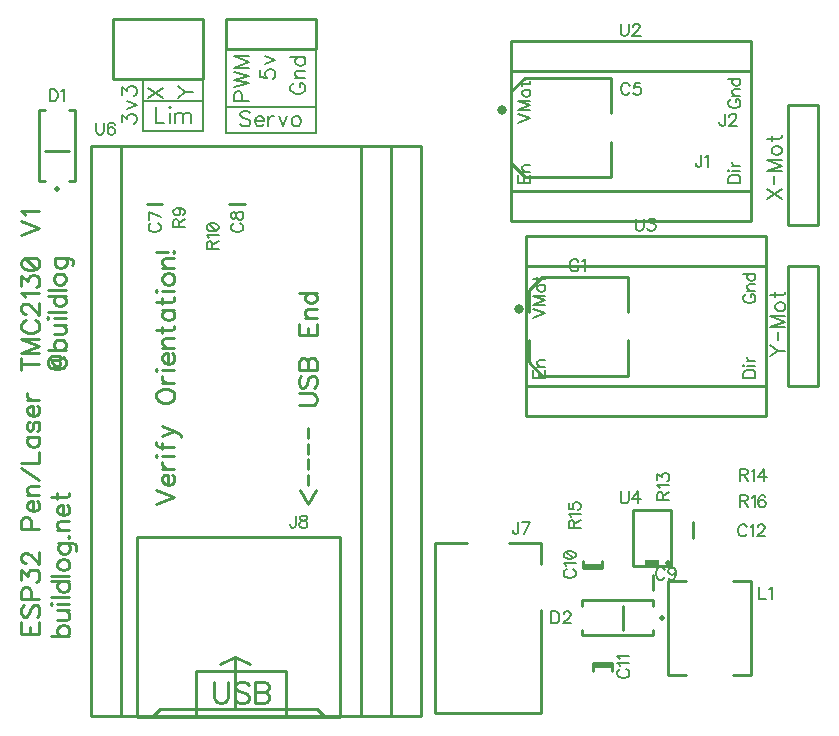
<source format=gbr>
G04 DipTrace 3.3.0.0*
G04 TopSilk.gbr*
%MOIN*%
G04 #@! TF.FileFunction,Legend,Top*
G04 #@! TF.Part,Single*
%ADD10C,0.009843*%
%ADD21C,0.008*%
%ADD22C,0.031499*%
%ADD29C,0.019695*%
%ADD43C,0.019677*%
%ADD45C,0.019705*%
%ADD106C,0.006176*%
%ADD107C,0.00772*%
%ADD108C,0.009264*%
%ADD110C,0.010807*%
%FSLAX26Y26*%
G04*
G70*
G90*
G75*
G01*
G04 TopSilk*
%LPD*%
X2116847Y2522016D2*
D10*
X2402091D1*
X2071921Y2477136D2*
X2116847Y2522016D1*
Y2192016D2*
X2402091D1*
X2071921Y2236896D2*
X2116847Y2192016D1*
X2071921Y2404272D2*
Y2477136D1*
Y2236896D2*
Y2309760D1*
X2402091Y2404272D2*
Y2522016D1*
Y2192016D2*
Y2309760D1*
D22*
X2040151Y2416053D3*
X2174847Y1859016D2*
D10*
X2460091D1*
X2129921Y1814136D2*
X2174847Y1859016D1*
Y1529016D2*
X2460091D1*
X2129921Y1573896D2*
X2174847Y1529016D1*
X2129921Y1741272D2*
Y1814136D1*
Y1573896D2*
Y1646760D1*
X2460091Y1741272D2*
Y1859016D1*
Y1529016D2*
Y1646760D1*
D22*
X2098151Y1753053D3*
X907087Y2102656D2*
D10*
X855945D1*
X1182087D2*
X1130945D1*
X2544929Y864878D2*
Y813736D1*
X2373034Y897094D2*
X2310105D1*
X2373034Y889646D2*
X2310105D1*
X2373034D2*
Y913205D1*
X2310105Y889646D2*
Y913205D1*
X2343339Y562499D2*
X2406268D1*
X2343339Y569948D2*
X2406268D1*
X2343339D2*
Y546388D1*
X2406268Y569948D2*
Y546388D1*
X2677210Y989736D2*
Y1040878D1*
X2069016Y2044016D2*
X2869016D1*
Y2144036D1*
X2069016D1*
Y2044016D1*
Y2543996D2*
X2869016D1*
Y2644016D1*
X2069016D1*
Y2543996D1*
Y2144036D2*
X2869016D1*
Y2543996D1*
X2069016D1*
Y2144036D1*
X2542948Y682941D2*
Y663252D1*
X2306724D1*
Y682941D1*
X2542948Y761673D2*
Y781362D1*
X2306724D1*
Y761673D1*
X2444503Y682941D2*
Y761673D1*
D29*
X2572462Y722307D3*
X1669016Y1919716D2*
D10*
Y1927316D1*
Y468116D2*
Y2294016D1*
Y394016D2*
Y468116D1*
X1769016Y394016D2*
X1669016D1*
X1769016D2*
Y2294016D1*
X1669016D1*
X3094016Y2431516D2*
X2994016D1*
X3094016Y2031516D2*
Y2431516D1*
X2994016Y2031516D2*
Y2431516D1*
X3094016Y2031516D2*
X2994016D1*
X852316Y2519016D2*
X1044016D1*
X744016D2*
X1044016D1*
X744016Y2719016D2*
X1044016D1*
X744016Y2519016D2*
Y2719016D1*
X1044016Y2519016D2*
Y2719016D1*
X2119016Y1394016D2*
X2919016D1*
Y1494036D1*
X2119016D1*
Y1394016D1*
Y1893996D2*
X2919016D1*
Y1994016D1*
X2119016D1*
Y1893996D1*
Y1494036D2*
X2919016D1*
Y1893996D1*
X2119016D1*
Y1494036D1*
X1119035Y2719021D2*
X1418997D1*
Y2619016D1*
X1119035D1*
Y2719021D1*
X2171201Y749112D2*
Y404646D1*
X1816858D1*
Y408581D1*
Y404646D2*
Y971580D1*
X1923153D1*
X2064866D2*
X2171201D1*
Y902652D1*
X875269Y391606D2*
X900244Y416626D1*
X825252Y391606D2*
X1500252D1*
Y991606D1*
X825252D1*
Y391606D1*
X900244Y416626D2*
X1425259D1*
X1450234Y391606D1*
X1150264Y416626D2*
Y591586D1*
X1100247Y566626D1*
X1150264Y591586D2*
X1200282Y566626D1*
X2809752Y846397D2*
X2868811D1*
Y531430D1*
X2809752D1*
X2652280D2*
X2593220D1*
Y846397D1*
X2652280D1*
X3094016Y1894016D2*
X2994016D1*
X3094016Y1494016D2*
Y1894016D1*
X2994016Y1494016D2*
Y1894016D1*
X3094016Y1494016D2*
X2994016D1*
X517150Y2179637D2*
X497461D1*
Y2415861D1*
X517150D1*
X595882Y2179637D2*
X615571D1*
Y2415861D1*
X595882D1*
X517150Y2278083D2*
X595882D1*
D43*
X556516Y2150123D3*
X2476210Y893570D2*
D10*
X2604167D1*
Y1080577D1*
X2476210D1*
Y893570D1*
D45*
X2594314Y903416D3*
G36*
X2515564Y893570D2*
X2564785D1*
Y913261D1*
X2515564D1*
Y893570D1*
G37*
X669016Y2294032D2*
D10*
X1669016D1*
Y394016D1*
X669016D1*
Y2294032D1*
X769016D2*
Y394016D1*
X1569016Y2294032D2*
Y394016D1*
X852916Y2294461D2*
D3*
X1019016Y543915D2*
X1319016D1*
Y394016D1*
X1019016D1*
Y543915D1*
X844016Y2519016D2*
D21*
X1044016D1*
Y2344016D1*
X844016D1*
Y2519016D1*
Y2444016D2*
X1044016D1*
X1119016Y2619016D2*
X1419016D1*
Y2425266D1*
X1119016D1*
Y2619016D1*
Y2425266D2*
X1419016D1*
Y2337766D1*
X1119016D1*
Y2425266D1*
X2465830Y2496044D2*
D106*
X2463929Y2499846D1*
X2460082Y2503693D1*
X2456279Y2505594D1*
X2448630D1*
X2444783Y2503693D1*
X2440981Y2499846D1*
X2439035Y2496044D1*
X2437134Y2490296D1*
Y2480701D1*
X2439035Y2474997D1*
X2440981Y2471150D1*
X2444783Y2467348D1*
X2448630Y2465402D1*
X2456279D1*
X2460082Y2467348D1*
X2463929Y2471150D1*
X2465830Y2474997D1*
X2501129Y2505550D2*
X2482028D1*
X2480127Y2488350D1*
X2482028Y2490251D1*
X2487776Y2492197D1*
X2493480D1*
X2499228Y2490251D1*
X2503075Y2486449D1*
X2504976Y2480701D1*
Y2476898D1*
X2503075Y2471150D1*
X2499228Y2467303D1*
X2493480Y2465402D1*
X2487776D1*
X2482028Y2467303D1*
X2480127Y2469249D1*
X2478181Y2473052D1*
X2294930Y1908044D2*
X2293029Y1911846D1*
X2289182Y1915693D1*
X2285379Y1917594D1*
X2277730D1*
X2273883Y1915693D1*
X2270081Y1911846D1*
X2268135Y1908044D1*
X2266234Y1902296D1*
Y1892701D1*
X2268135Y1886997D1*
X2270081Y1883150D1*
X2273883Y1879348D1*
X2277730Y1877402D1*
X2285379D1*
X2289182Y1879348D1*
X2293029Y1883150D1*
X2294930Y1886997D1*
X2307281Y1909901D2*
X2311128Y1911846D1*
X2316876Y1917550D1*
Y1877402D1*
X871710Y2037058D2*
X867907Y2035157D1*
X864060Y2031310D1*
X862159Y2027508D1*
Y2019859D1*
X864060Y2016012D1*
X867907Y2012209D1*
X871710Y2010264D1*
X877458Y2008363D1*
X887052D1*
X892756Y2010264D1*
X896603Y2012209D1*
X900406Y2016012D1*
X902351Y2019859D1*
Y2027508D1*
X900406Y2031310D1*
X896603Y2035157D1*
X892756Y2037058D1*
X902351Y2057059D2*
X862203Y2076205D1*
Y2049410D1*
X1146710Y2037081D2*
X1142907Y2035179D1*
X1139060Y2031333D1*
X1137159Y2027530D1*
Y2019881D1*
X1139060Y2016034D1*
X1142907Y2012231D1*
X1146710Y2010286D1*
X1152458Y2008385D1*
X1162052D1*
X1167756Y2010286D1*
X1171603Y2012231D1*
X1175406Y2016034D1*
X1177351Y2019881D1*
Y2027530D1*
X1175406Y2031333D1*
X1171603Y2035179D1*
X1167756Y2037081D1*
X1137203Y2058983D2*
X1139105Y2053279D1*
X1142907Y2051333D1*
X1146754D1*
X1150556Y2053279D1*
X1152502Y2057081D1*
X1154403Y2064731D1*
X1156304Y2070479D1*
X1160151Y2074281D1*
X1163954Y2076182D1*
X1169702D1*
X1173504Y2074281D1*
X1175450Y2072380D1*
X1177351Y2066632D1*
Y2058982D1*
X1175450Y2053279D1*
X1173504Y2051333D1*
X1169702Y2049432D1*
X1163954D1*
X1160151Y2051333D1*
X1156305Y2055180D1*
X1154403Y2060884D1*
X1152502Y2068533D1*
X1150556Y2072380D1*
X1146754Y2074281D1*
X1142907D1*
X1139105Y2072380D1*
X1137203Y2066632D1*
Y2058983D1*
X2582278Y880363D2*
X2580377Y884165D1*
X2576530Y888012D1*
X2572727Y889913D1*
X2565078D1*
X2561231Y888012D1*
X2557429Y884165D1*
X2555483Y880363D1*
X2553582Y874614D1*
Y865020D1*
X2555483Y859316D1*
X2557429Y855469D1*
X2561231Y851667D1*
X2565078Y849721D1*
X2572727D1*
X2576530Y851667D1*
X2580377Y855469D1*
X2582278Y859316D1*
X2619523Y876516D2*
X2617577Y870768D1*
X2613775Y866921D1*
X2608027Y865020D1*
X2606126D1*
X2600377Y866921D1*
X2596575Y870768D1*
X2594629Y876516D1*
Y878417D1*
X2596575Y884165D1*
X2600377Y887968D1*
X2606126Y889869D1*
X2608027D1*
X2613775Y887968D1*
X2617577Y884165D1*
X2619523Y876516D1*
Y866921D1*
X2617577Y857370D1*
X2613775Y851622D1*
X2608027Y849721D1*
X2604224D1*
X2598476Y851622D1*
X2596575Y855469D1*
X2255609Y883727D2*
X2251806Y881826D1*
X2247959Y877979D1*
X2246058Y874177D1*
Y866527D1*
X2247959Y862681D1*
X2251806Y858878D1*
X2255609Y856933D1*
X2261357Y855031D1*
X2270951D1*
X2276655Y856933D1*
X2280502Y858878D1*
X2284305Y862681D1*
X2286250Y866527D1*
Y874177D1*
X2284305Y877979D1*
X2280502Y881826D1*
X2276655Y883727D1*
X2253752Y896079D2*
X2251806Y899925D1*
X2246102Y905673D1*
X2286250D1*
X2246102Y929521D2*
X2248004Y923773D1*
X2253752Y919926D1*
X2263302Y918025D1*
X2269050D1*
X2278601Y919926D1*
X2284349Y923773D1*
X2286250Y929521D1*
Y933323D1*
X2284349Y939071D1*
X2278601Y942874D1*
X2269050Y944819D1*
X2263302D1*
X2253752Y942874D1*
X2248004Y939071D1*
X2246102Y933323D1*
Y929521D1*
X2253752Y942874D2*
X2278601Y919926D1*
X2434092Y550570D2*
X2430290Y548669D1*
X2426443Y544822D1*
X2424542Y541019D1*
Y533370D1*
X2426443Y529523D1*
X2430290Y525721D1*
X2434092Y523775D1*
X2439840Y521874D1*
X2449435D1*
X2455139Y523775D1*
X2458986Y525721D1*
X2462788Y529523D1*
X2464734Y533370D1*
Y541019D1*
X2462788Y544822D1*
X2458986Y548669D1*
X2455139Y550570D1*
X2432235Y562921D2*
X2430290Y566768D1*
X2424586Y572516D1*
X2464734D1*
X2432235Y584867D2*
X2430290Y588714D1*
X2424586Y594462D1*
X2464734D1*
X2856388Y1023876D2*
X2854487Y1027679D1*
X2850640Y1031526D1*
X2846838Y1033427D1*
X2839189D1*
X2835342Y1031526D1*
X2831539Y1027679D1*
X2829594Y1023876D1*
X2827693Y1018128D1*
Y1008533D1*
X2829594Y1002830D1*
X2831539Y998983D1*
X2835342Y995180D1*
X2839189Y993235D1*
X2846838D1*
X2850640Y995180D1*
X2854487Y998983D1*
X2856388Y1002830D1*
X2868740Y1025733D2*
X2872587Y1027679D1*
X2878335Y1033383D1*
Y993235D1*
X2892632Y1023832D2*
Y1025733D1*
X2894533Y1029580D1*
X2896434Y1031481D1*
X2900281Y1033383D1*
X2907930D1*
X2911733Y1031481D1*
X2913634Y1029580D1*
X2915579Y1025733D1*
Y1021931D1*
X2913634Y1018084D1*
X2909831Y1012380D1*
X2890686Y993235D1*
X2917481D1*
X2436045Y2702594D2*
Y2673898D1*
X2437947Y2668150D1*
X2441793Y2664348D1*
X2447541Y2662402D1*
X2451344D1*
X2457092Y2664348D1*
X2460939Y2668150D1*
X2462840Y2673898D1*
Y2702594D1*
X2477137Y2692999D2*
Y2694901D1*
X2479038Y2698747D1*
X2480939Y2700649D1*
X2484786Y2702550D1*
X2492436D1*
X2496238Y2700649D1*
X2498139Y2698747D1*
X2500085Y2694901D1*
Y2691098D1*
X2498139Y2687251D1*
X2494337Y2681548D1*
X2475191Y2662402D1*
X2501986D1*
X2204862Y743450D2*
Y703258D1*
X2218259D1*
X2224007Y705203D1*
X2227854Y709006D1*
X2229755Y712853D1*
X2231656Y718556D1*
Y728151D1*
X2229755Y733899D1*
X2227854Y737702D1*
X2224007Y741549D1*
X2218259Y743450D1*
X2204862D1*
X2245953Y733855D2*
Y735756D1*
X2247854Y739603D1*
X2249756Y741504D1*
X2253603Y743406D1*
X2261252D1*
X2265054Y741504D1*
X2266956Y739603D1*
X2268901Y735756D1*
Y731954D1*
X2266956Y728107D1*
X2263153Y722403D1*
X2244008Y703258D1*
X2270802D1*
X2705115Y2265094D2*
Y2234497D1*
X2703214Y2228749D1*
X2701269Y2226848D1*
X2697466Y2224902D1*
X2693619D1*
X2689817Y2226848D1*
X2687915Y2228749D1*
X2685970Y2234497D1*
Y2238300D1*
X2717467Y2257401D2*
X2721313Y2259346D1*
X2727062Y2265050D1*
Y2224902D1*
X2784015Y2402594D2*
Y2371997D1*
X2782114Y2366249D1*
X2780169Y2364348D1*
X2776366Y2362402D1*
X2772519D1*
X2768717Y2364348D1*
X2766816Y2366249D1*
X2764870Y2371997D1*
Y2375800D1*
X2798312Y2392999D2*
Y2394901D1*
X2800214Y2398747D1*
X2802115Y2400649D1*
X2805962Y2402550D1*
X2813611D1*
X2817413Y2400649D1*
X2819315Y2398747D1*
X2821260Y2394901D1*
Y2391098D1*
X2819315Y2387251D1*
X2815512Y2381548D1*
X2796367Y2362402D1*
X2823161D1*
X2486045Y2052594D2*
Y2023898D1*
X2487947Y2018150D1*
X2491793Y2014348D1*
X2497541Y2012402D1*
X2501344D1*
X2507092Y2014348D1*
X2510939Y2018150D1*
X2512840Y2023898D1*
Y2052594D1*
X2529038Y2052550D2*
X2550041D1*
X2538589Y2037251D1*
X2544337D1*
X2548139Y2035350D1*
X2550041Y2033449D1*
X2551986Y2027701D1*
Y2023898D1*
X2550041Y2018150D1*
X2546238Y2014303D1*
X2540490Y2012402D1*
X2534742D1*
X2529038Y2014303D1*
X2527137Y2016249D1*
X2525191Y2020052D1*
X2095141Y1041964D2*
Y1011367D1*
X2093240Y1005619D1*
X2091295Y1003718D1*
X2087492Y1001772D1*
X2083645D1*
X2079843Y1003718D1*
X2077942Y1005619D1*
X2075996Y1011367D1*
Y1015170D1*
X2115142Y1001772D2*
X2134287Y1041920D1*
X2107493D1*
X1352774Y1062685D2*
Y1032088D1*
X1350872Y1026340D1*
X1348927Y1024438D1*
X1345124Y1022493D1*
X1341278D1*
X1337475Y1024438D1*
X1335574Y1026340D1*
X1333628Y1032088D1*
Y1035890D1*
X1374676Y1062641D2*
X1368972Y1060739D1*
X1367026Y1056937D1*
Y1053090D1*
X1368972Y1049287D1*
X1372774Y1047342D1*
X1380424Y1045441D1*
X1386172Y1043539D1*
X1389974Y1039693D1*
X1391876Y1035890D1*
Y1030142D1*
X1389974Y1026340D1*
X1388073Y1024394D1*
X1382325Y1022493D1*
X1374676D1*
X1368972Y1024394D1*
X1367026Y1026340D1*
X1365125Y1030142D1*
Y1035890D1*
X1367026Y1039693D1*
X1370873Y1043539D1*
X1376577Y1045441D1*
X1384226Y1047342D1*
X1388073Y1049287D1*
X1389974Y1053090D1*
Y1056937D1*
X1388073Y1060739D1*
X1382325Y1062641D1*
X1374676D1*
X2896069Y824354D2*
Y784162D1*
X2919017D1*
X2931368Y816661D2*
X2935215Y818606D1*
X2940963Y824310D1*
Y784162D1*
X532145Y2484287D2*
Y2444095D1*
X545543D1*
X551291Y2446041D1*
X555137Y2449843D1*
X557039Y2453690D1*
X558940Y2459394D1*
Y2468989D1*
X557039Y2474737D1*
X555137Y2478539D1*
X551291Y2482386D1*
X545543Y2484287D1*
X532145D1*
X571291Y2476594D2*
X575138Y2478539D1*
X580886Y2484243D1*
Y2444095D1*
X962555Y2024398D2*
Y2041598D1*
X960610Y2047346D1*
X958708Y2049291D1*
X954906Y2051192D1*
X951059D1*
X947257Y2049291D1*
X945311Y2047346D1*
X943410Y2041598D1*
Y2024398D1*
X983602D1*
X962555Y2037795D2*
X983602Y2051192D1*
X956807Y2088437D2*
X962555Y2086492D1*
X966402Y2082689D1*
X968303Y2076941D1*
Y2075040D1*
X966402Y2069292D1*
X962555Y2065489D1*
X956807Y2063544D1*
X954906D1*
X949158Y2065489D1*
X945355Y2069292D1*
X943454Y2075040D1*
Y2076941D1*
X945355Y2082689D1*
X949158Y2086492D1*
X956807Y2088437D1*
X966402D1*
X975952Y2086492D1*
X981700Y2082689D1*
X983602Y2076941D1*
Y2073138D1*
X981701Y2067390D1*
X977854Y2065489D1*
X1075055Y1949974D2*
Y1967174D1*
X1073110Y1972922D1*
X1071208Y1974867D1*
X1067406Y1976769D1*
X1063559D1*
X1059757Y1974867D1*
X1057811Y1972922D1*
X1055910Y1967174D1*
Y1949974D1*
X1096102D1*
X1075055Y1963371D2*
X1096102Y1976769D1*
X1063603Y1989120D2*
X1061658Y1992967D1*
X1055954Y1998715D1*
X1096102D1*
X1055954Y2022562D2*
X1057855Y2016814D1*
X1063603Y2012967D1*
X1073154Y2011066D1*
X1078902D1*
X1088452Y2012967D1*
X1094200Y2016814D1*
X1096102Y2022562D1*
Y2026365D1*
X1094200Y2032113D1*
X1088452Y2035915D1*
X1078902Y2037861D1*
X1073154D1*
X1063603Y2035915D1*
X1057855Y2032113D1*
X1055954Y2026365D1*
Y2022562D1*
X1063603Y2035915D2*
X1088452Y2012967D1*
X2577109Y1115962D2*
Y1133162D1*
X2575163Y1138910D1*
X2573262Y1140856D1*
X2569460Y1142757D1*
X2565613D1*
X2561810Y1140856D1*
X2559865Y1138910D1*
X2557964Y1133162D1*
Y1115962D1*
X2598156D1*
X2577109Y1129359D2*
X2598156Y1142757D1*
X2565657Y1155108D2*
X2563712Y1158955D1*
X2558008Y1164703D1*
X2598156D1*
X2558008Y1180901D2*
Y1201904D1*
X2573306Y1190452D1*
Y1196200D1*
X2575208Y1200002D1*
X2577109Y1201904D1*
X2582857Y1203849D1*
X2586660D1*
X2592408Y1201903D1*
X2596254Y1198101D1*
X2598156Y1192353D1*
Y1186605D1*
X2596254Y1180901D1*
X2594309Y1179000D1*
X2590506Y1177054D1*
X2833024Y1198768D2*
X2850224D1*
X2855972Y1200713D1*
X2857917Y1202614D1*
X2859819Y1206417D1*
Y1210264D1*
X2857917Y1214066D1*
X2855972Y1216012D1*
X2850224Y1217913D1*
X2833024D1*
Y1177721D1*
X2846421Y1198768D2*
X2859819Y1177721D1*
X2872170Y1210220D2*
X2876017Y1212165D1*
X2881765Y1217869D1*
Y1177721D1*
X2913262D2*
Y1217869D1*
X2894116Y1191118D1*
X2922812D1*
X2281359Y1020462D2*
Y1037662D1*
X2279413Y1043410D1*
X2277512Y1045356D1*
X2273710Y1047257D1*
X2269863D1*
X2266060Y1045356D1*
X2264115Y1043410D1*
X2262214Y1037662D1*
Y1020462D1*
X2302406D1*
X2281359Y1033859D2*
X2302406Y1047257D1*
X2269907Y1059608D2*
X2267962Y1063455D1*
X2262258Y1069203D1*
X2302406D1*
X2262258Y1104502D2*
Y1085401D1*
X2279458Y1083500D1*
X2277556Y1085401D1*
X2275611Y1091149D1*
Y1096853D1*
X2277556Y1102601D1*
X2281359Y1106448D1*
X2287107Y1108349D1*
X2290910D1*
X2296658Y1106448D1*
X2300504Y1102601D1*
X2302406Y1096853D1*
Y1091149D1*
X2300504Y1085401D1*
X2298559Y1083500D1*
X2294756Y1081554D1*
X2833500Y1111768D2*
X2850700D1*
X2856448Y1113713D1*
X2858394Y1115614D1*
X2860295Y1119417D1*
Y1123264D1*
X2858394Y1127066D1*
X2856448Y1129012D1*
X2850700Y1130913D1*
X2833500D1*
Y1090721D1*
X2846898Y1111768D2*
X2860295Y1090721D1*
X2872646Y1123220D2*
X2876493Y1125165D1*
X2882241Y1130869D1*
Y1090721D1*
X2917541Y1125165D2*
X2915639Y1128968D1*
X2909891Y1130869D1*
X2906089D1*
X2900341Y1128968D1*
X2896494Y1123220D1*
X2894593Y1113669D1*
Y1104118D1*
X2896494Y1096469D1*
X2900341Y1092622D1*
X2906089Y1090721D1*
X2907990D1*
X2913694Y1092622D1*
X2917541Y1096469D1*
X2919442Y1102217D1*
Y1104118D1*
X2917541Y1109866D1*
X2913694Y1113669D1*
X2907990Y1115570D1*
X2906089D1*
X2900341Y1113669D1*
X2896494Y1109866D1*
X2894593Y1104118D1*
X2435320Y1143929D2*
Y1115233D1*
X2437221Y1109485D1*
X2441068Y1105682D1*
X2446816Y1103737D1*
X2450618D1*
X2456366Y1105682D1*
X2460213Y1109485D1*
X2462114Y1115233D1*
Y1143929D1*
X2493611Y1103737D2*
Y1143885D1*
X2474466Y1117134D1*
X2503162D1*
X687018Y2372082D2*
Y2343386D1*
X688919Y2337638D1*
X692766Y2333836D1*
X698514Y2331890D1*
X702317D1*
X708065Y2333836D1*
X711912Y2337638D1*
X713813Y2343386D1*
Y2372082D1*
X749112Y2366334D2*
X747211Y2370137D1*
X741463Y2372038D1*
X737660D1*
X731912Y2370137D1*
X728065Y2364389D1*
X726164Y2354838D1*
Y2345288D1*
X728065Y2337638D1*
X731912Y2333792D1*
X737660Y2331890D1*
X739562D1*
X745265Y2333792D1*
X749112Y2337638D1*
X751013Y2343386D1*
Y2345288D1*
X749112Y2351036D1*
X745265Y2354838D1*
X739562Y2356740D1*
X737660D1*
X731912Y2354838D1*
X728065Y2351036D1*
X726164Y2345288D1*
X1201261Y2403548D2*
D107*
X1196507Y2408356D1*
X1189322Y2410733D1*
X1179761D1*
X1172576Y2408356D1*
X1167767Y2403548D1*
Y2398795D1*
X1170199Y2393986D1*
X1172576Y2391610D1*
X1177329Y2389233D1*
X1191699Y2384425D1*
X1196507Y2382048D1*
X1198884Y2379616D1*
X1201261Y2374863D1*
Y2367678D1*
X1196507Y2362925D1*
X1189322Y2360493D1*
X1179761D1*
X1172576Y2362925D1*
X1167767Y2367678D1*
X1216700Y2379616D2*
X1245385D1*
Y2384425D1*
X1243008Y2389233D1*
X1240632Y2391610D1*
X1235823Y2393986D1*
X1228638D1*
X1223885Y2391610D1*
X1219076Y2386801D1*
X1216700Y2379616D1*
Y2374863D1*
X1219076Y2367678D1*
X1223885Y2362925D1*
X1228638Y2360493D1*
X1235823D1*
X1240632Y2362925D1*
X1245385Y2367678D1*
X1260824Y2393986D2*
Y2360493D1*
Y2379616D2*
X1263256Y2386801D1*
X1268009Y2391610D1*
X1272817Y2393986D1*
X1280003D1*
X1295442D2*
X1309812Y2360493D1*
X1324127Y2393986D1*
X1351504D2*
X1346751Y2391610D1*
X1341943Y2386801D1*
X1339566Y2379616D1*
Y2374863D1*
X1341943Y2367678D1*
X1346751Y2362925D1*
X1351504Y2360493D1*
X1358689D1*
X1363498Y2362925D1*
X1368251Y2367678D1*
X1370683Y2374863D1*
Y2379616D1*
X1368251Y2386801D1*
X1363498Y2391610D1*
X1358689Y2393986D1*
X1351504D1*
X772398Y2373452D2*
X772399Y2399705D1*
X791522Y2385390D1*
Y2392575D1*
X793898Y2397328D1*
X796275Y2399705D1*
X803460Y2402137D1*
X808213D1*
X815398Y2399705D1*
X820207Y2394952D1*
X822583Y2387767D1*
Y2380582D1*
X820207Y2373452D1*
X817775Y2371075D1*
X813022Y2368643D1*
X789090Y2417576D2*
X822583Y2431946D1*
X789090Y2446261D1*
X772399Y2466508D2*
Y2492762D1*
X791522Y2478447D1*
Y2485632D1*
X793898Y2490385D1*
X796275Y2492761D1*
X803460Y2495193D1*
X808213D1*
X815398Y2492761D1*
X820207Y2488008D1*
X822583Y2480823D1*
Y2473638D1*
X820207Y2466508D1*
X817775Y2464132D1*
X813022Y2461700D1*
X859843Y2456143D2*
X910083Y2489637D1*
X859843D2*
X910083Y2456143D1*
X959843D2*
X983775Y2475267D1*
X1010083D1*
X959843Y2494390D2*
X983775Y2475267D1*
X1173652Y2443643D2*
Y2465198D1*
X1171275Y2472328D1*
X1168843Y2474760D1*
X1164090Y2477137D1*
X1156905D1*
X1152152Y2474760D1*
X1149720Y2472328D1*
X1147343Y2465199D1*
Y2443643D1*
X1197583D1*
X1147343Y2492576D2*
X1197583Y2504569D1*
X1147343Y2516508D1*
X1197583Y2528446D1*
X1147343Y2540439D1*
X1197583Y2594125D2*
X1147343D1*
X1197583Y2575002D1*
X1147343Y2555879D1*
X1197583D1*
X1234899Y2547328D2*
X1234898Y2523452D1*
X1256398Y2521075D1*
X1254022Y2523452D1*
X1251590Y2530637D1*
Y2537767D1*
X1254022Y2544952D1*
X1258775Y2549760D1*
X1265960Y2552137D1*
X1270713D1*
X1277898Y2549760D1*
X1282707Y2544952D1*
X1285083Y2537767D1*
Y2530637D1*
X1282707Y2523452D1*
X1280275Y2521075D1*
X1275522Y2518643D1*
X1251590Y2567576D2*
X1285083Y2581946D1*
X1251590Y2596261D1*
X1346781Y2504513D2*
X1342028Y2502137D1*
X1337220Y2497328D1*
X1334843Y2492575D1*
Y2483013D1*
X1337220Y2478205D1*
X1342028Y2473452D1*
X1346781Y2471020D1*
X1353966Y2468643D1*
X1365960D1*
X1373090Y2471020D1*
X1377898Y2473452D1*
X1382651Y2478205D1*
X1385083Y2483013D1*
Y2492575D1*
X1382651Y2497328D1*
X1377898Y2502137D1*
X1373090Y2504513D1*
X1365960D1*
Y2492575D1*
X1351590Y2519953D2*
X1385083Y2519952D1*
X1361152Y2519953D2*
X1353967Y2527138D1*
X1351590Y2531946D1*
Y2539076D1*
X1353967Y2543884D1*
X1361152Y2546261D1*
X1385083D1*
X1334843Y2590385D2*
X1385083D1*
X1358775D2*
X1353967Y2585632D1*
X1351590Y2580823D1*
Y2573638D1*
X1353967Y2568885D1*
X1358775Y2564077D1*
X1365960Y2561700D1*
X1370713D1*
X1377898Y2564077D1*
X1382651Y2568885D1*
X1385083Y2573638D1*
Y2580823D1*
X1382651Y2585632D1*
X1377898Y2590385D1*
X438235Y706689D2*
D108*
Y669415D1*
X498523D1*
Y706689D1*
X466953Y669415D2*
Y692363D1*
X446857Y765408D2*
X441087Y759704D1*
X438235Y751082D1*
Y739608D1*
X441087Y730986D1*
X446857Y725216D1*
X452561D1*
X458331Y728134D1*
X461183Y730986D1*
X464035Y736690D1*
X469805Y753934D1*
X472657Y759704D1*
X475575Y762556D1*
X481279Y765408D1*
X489901D1*
X495605Y759704D1*
X498523Y751082D1*
Y739608D1*
X495605Y730986D1*
X489901Y725216D1*
X469805Y783935D2*
Y809801D1*
X466953Y818357D1*
X464035Y821275D1*
X458331Y824127D1*
X449709D1*
X444005Y821275D1*
X441087Y818357D1*
X438235Y809801D1*
Y783935D1*
X498523D1*
X438301Y848424D2*
Y879928D1*
X461249Y862750D1*
Y871372D1*
X464101Y877076D1*
X466953Y879928D1*
X475575Y882846D1*
X481279D1*
X489901Y879928D1*
X495671Y874224D1*
X498523Y865602D1*
Y856980D1*
X495671Y848424D1*
X492753Y845573D1*
X487049Y842654D1*
X452627Y904292D2*
X449775D1*
X444005Y907144D1*
X441153Y909995D1*
X438301Y915766D1*
Y927240D1*
X441153Y932943D1*
X444005Y935795D1*
X449775Y938714D1*
X455479D1*
X461249Y935795D1*
X469805Y930091D1*
X498523Y901373D1*
Y941565D1*
X469805Y1018414D2*
Y1044280D1*
X466953Y1052836D1*
X464035Y1055754D1*
X458331Y1058606D1*
X449709D1*
X444005Y1055754D1*
X441087Y1052836D1*
X438235Y1044280D1*
Y1018414D1*
X498523D1*
X475575Y1077133D2*
Y1111555D1*
X469805D1*
X464035Y1108703D1*
X461183Y1105851D1*
X458331Y1100081D1*
Y1091459D1*
X461183Y1085755D1*
X466953Y1079985D1*
X475575Y1077133D1*
X481279D1*
X489901Y1079985D1*
X495605Y1085755D1*
X498523Y1091459D1*
Y1100081D1*
X495605Y1105851D1*
X489901Y1111555D1*
X458331Y1130082D2*
X498523D1*
X469805D2*
X461183Y1138704D1*
X458331Y1144474D1*
Y1153030D1*
X461183Y1158800D1*
X469805Y1161652D1*
X498523D1*
Y1180179D2*
X438301Y1220371D1*
X438235Y1238898D2*
X498523D1*
Y1273320D1*
X458331Y1326269D2*
X498523D1*
X466953D2*
X461183Y1320565D1*
X458331Y1314795D1*
Y1306239D1*
X461183Y1300469D1*
X466953Y1294765D1*
X475575Y1291847D1*
X481279D1*
X489901Y1294765D1*
X495605Y1300469D1*
X498523Y1306239D1*
Y1314795D1*
X495605Y1320565D1*
X489901Y1326269D1*
X466953Y1376366D2*
X461183Y1373514D1*
X458331Y1364892D1*
Y1356270D1*
X461183Y1347648D1*
X466953Y1344796D1*
X472657Y1347648D1*
X475575Y1353418D1*
X478427Y1367744D1*
X481279Y1373514D1*
X487049Y1376366D1*
X489901D1*
X495605Y1373514D1*
X498523Y1364892D1*
Y1356270D1*
X495605Y1347648D1*
X489901Y1344796D1*
X475575Y1394893D2*
Y1429315D1*
X469805D1*
X464035Y1426463D1*
X461183Y1423611D1*
X458331Y1417841D1*
Y1409219D1*
X461183Y1403515D1*
X466953Y1397745D1*
X475575Y1394893D1*
X481279D1*
X489901Y1397745D1*
X495605Y1403515D1*
X498523Y1409219D1*
Y1417841D1*
X495605Y1423611D1*
X489901Y1429315D1*
X458331Y1447842D2*
X498523D1*
X475575D2*
X466953Y1450760D1*
X461183Y1456464D1*
X458331Y1462234D1*
Y1470856D1*
X438235Y1567800D2*
X498523D1*
X438235Y1547704D2*
Y1587896D1*
X498523Y1652319D2*
X438235D1*
X498523Y1629371D1*
X438235Y1606423D1*
X498523D1*
X452561Y1713890D2*
X446857Y1711038D1*
X441087Y1705268D1*
X438235Y1699564D1*
Y1688090D1*
X441087Y1682320D1*
X446857Y1676616D1*
X452561Y1673698D1*
X461183Y1670846D1*
X475575D1*
X484131Y1673698D1*
X489901Y1676616D1*
X495605Y1682320D1*
X498523Y1688090D1*
Y1699564D1*
X495605Y1705268D1*
X489901Y1711038D1*
X484131Y1713890D1*
X452627Y1735336D2*
X449775D1*
X444005Y1738187D1*
X441153Y1741039D1*
X438301Y1746810D1*
Y1758283D1*
X441153Y1763987D1*
X444005Y1766839D1*
X449775Y1769757D1*
X455479D1*
X461249Y1766839D1*
X469805Y1761135D1*
X498523Y1732417D1*
Y1772609D1*
X449775Y1791136D2*
X446857Y1796907D1*
X438301Y1805529D1*
X498523D1*
X438301Y1829826D2*
Y1861329D1*
X461249Y1844152D1*
Y1852774D1*
X464101Y1858478D1*
X466953Y1861329D1*
X475575Y1864248D1*
X481279D1*
X489901Y1861329D1*
X495671Y1855626D1*
X498523Y1847004D1*
Y1838382D1*
X495671Y1829826D1*
X492753Y1826974D1*
X487049Y1824056D1*
X438301Y1900019D2*
X441153Y1891397D1*
X449775Y1885627D1*
X464101Y1882775D1*
X472723D1*
X487049Y1885627D1*
X495671Y1891397D1*
X498523Y1900019D1*
Y1905723D1*
X495671Y1914345D1*
X487049Y1920049D1*
X472723Y1922967D1*
X464101D1*
X449775Y1920049D1*
X441153Y1914345D1*
X438301Y1905723D1*
Y1900019D1*
X449775Y1920049D2*
X487049Y1885627D1*
X438235Y1999815D2*
X498523Y2022763D1*
X438235Y2045711D1*
X449775Y2064238D2*
X446857Y2070008D1*
X438301Y2078630D1*
X498523D1*
X538235Y663165D2*
X598523D1*
X566953D2*
X561183Y668936D1*
X558331Y674639D1*
Y683261D1*
X561183Y688965D1*
X566953Y694735D1*
X575575Y697587D1*
X581279D1*
X589901Y694735D1*
X595605Y688965D1*
X598523Y683261D1*
Y674639D1*
X595605Y668936D1*
X589901Y663165D1*
X558331Y716114D2*
X587049D1*
X595605Y718966D1*
X598523Y724736D1*
Y733358D1*
X595605Y739062D1*
X587049Y747684D1*
X558331D2*
X598523D1*
X538235Y766211D2*
X541087Y769063D1*
X538235Y771981D1*
X535317Y769063D1*
X538235Y766211D1*
X558331Y769063D2*
X598523D1*
X538235Y790509D2*
X598523Y790508D1*
X538235Y843457D2*
X598523D1*
X566953D2*
X561183Y837754D1*
X558331Y831984D1*
Y823361D1*
X561183Y817658D1*
X566953Y811888D1*
X575575Y809036D1*
X581279D1*
X589901Y811887D1*
X595605Y817658D1*
X598523Y823361D1*
Y831983D1*
X595605Y837754D1*
X589901Y843457D1*
X538235Y861985D2*
X598523D1*
X558331Y894838D2*
X561183Y889134D1*
X566953Y883364D1*
X575575Y880512D1*
X581279D1*
X589901Y883364D1*
X595605Y889134D1*
X598523Y894838D1*
Y903460D1*
X595605Y909230D1*
X589901Y914934D1*
X581279Y917852D1*
X575575D1*
X566953Y914934D1*
X561183Y909230D1*
X558331Y903460D1*
Y894838D1*
X561183Y970801D2*
X607145D1*
X615701Y967949D1*
X618619Y965097D1*
X621471Y959327D1*
Y950705D1*
X618619Y945001D1*
X569805Y970801D2*
X564101Y965097D1*
X561183Y959327D1*
Y950705D1*
X564101Y945001D1*
X569805Y939231D1*
X578427Y936379D1*
X584197D1*
X592753Y939231D1*
X598523Y945001D1*
X601375Y950705D1*
Y959327D1*
X598523Y965097D1*
X592753Y970801D1*
Y992180D2*
X595671Y989328D1*
X598523Y992180D1*
X595671Y995098D1*
X592753Y992180D1*
X558331Y1013625D2*
X598523D1*
X569805D2*
X561183Y1022247D1*
X558331Y1028017D1*
Y1036573D1*
X561183Y1042343D1*
X569805Y1045195D1*
X598523D1*
X575575Y1063722D2*
Y1098144D1*
X569805D1*
X564035Y1095292D1*
X561183Y1092440D1*
X558331Y1086670D1*
Y1078048D1*
X561183Y1072344D1*
X566953Y1066574D1*
X575575Y1063722D1*
X581279D1*
X589901Y1066574D1*
X595605Y1072344D1*
X598523Y1078048D1*
Y1086670D1*
X595605Y1092440D1*
X589901Y1098144D1*
X538235Y1125293D2*
X587049D1*
X595605Y1128145D1*
X598523Y1133915D1*
Y1139619D1*
X558331Y1116671D2*
Y1136767D1*
X540127Y1582235D2*
Y1573613D1*
X542979Y1567909D1*
X545831Y1564991D1*
X551601Y1562139D1*
X563075D1*
X565927Y1564991D1*
Y1570761D1*
X563075Y1582235D1*
X568779Y1585087D1*
Y1587939D1*
X563075Y1593709D1*
X548749Y1596561D1*
X540127Y1593709D1*
X534357Y1590857D1*
X528653Y1585087D1*
X525801Y1579383D1*
Y1567909D1*
X528653Y1562139D1*
X534357Y1556436D1*
X540127Y1553517D1*
X548749Y1550665D1*
X563075D1*
X571697Y1553517D1*
X577401Y1556436D1*
X583171Y1562139D1*
X586023Y1567909D1*
Y1579383D1*
X583171Y1585087D1*
X577401Y1590857D1*
X537275Y1582235D2*
X563075D1*
X525735Y1615088D2*
X586023D1*
X554453D2*
X548683Y1620858D1*
X545831Y1626562D1*
Y1635184D1*
X548683Y1640888D1*
X554453Y1646658D1*
X563075Y1649510D1*
X568779D1*
X577401Y1646658D1*
X583105Y1640888D1*
X586023Y1635184D1*
Y1626562D1*
X583105Y1620858D1*
X577401Y1615088D1*
X545831Y1668037D2*
X574549D1*
X583105Y1670889D1*
X586023Y1676659D1*
Y1685281D1*
X583105Y1690985D1*
X574549Y1699607D1*
X545831D2*
X586023D1*
X525735Y1718134D2*
X528587Y1720986D1*
X525735Y1723904D1*
X522817Y1720986D1*
X525735Y1718134D1*
X545831Y1720986D2*
X586023D1*
X525735Y1742431D2*
X586023D1*
X525735Y1795380D2*
X586023D1*
X554453D2*
X548683Y1789677D1*
X545831Y1783906D1*
Y1775284D1*
X548683Y1769581D1*
X554453Y1763810D1*
X563075Y1760959D1*
X568779D1*
X577401Y1763810D1*
X583105Y1769581D1*
X586023Y1775284D1*
Y1783906D1*
X583105Y1789677D1*
X577401Y1795380D1*
X525735Y1813907D2*
X586023D1*
X545831Y1846760D2*
X548683Y1841057D1*
X554453Y1835286D1*
X563075Y1832435D1*
X568779D1*
X577401Y1835286D1*
X583105Y1841057D1*
X586023Y1846760D1*
Y1855382D1*
X583105Y1861153D1*
X577401Y1866856D1*
X568779Y1869775D1*
X563075D1*
X554453Y1866856D1*
X548683Y1861153D1*
X545831Y1855382D1*
Y1846760D1*
X548683Y1922724D2*
X594645D1*
X603201Y1919872D1*
X606119Y1917020D1*
X608971Y1911250D1*
Y1902628D1*
X606119Y1896924D1*
X557305Y1922724D2*
X551601Y1917020D1*
X548683Y1911250D1*
Y1902628D1*
X551601Y1896924D1*
X557305Y1891154D1*
X565927Y1888302D1*
X571697D1*
X580253Y1891154D1*
X586023Y1896924D1*
X588875Y1902628D1*
Y1911250D1*
X586023Y1917020D1*
X580253Y1922724D1*
X886517Y2423233D2*
D107*
Y2372993D1*
X915202D1*
X930641Y2423233D2*
X933018Y2420856D1*
X935450Y2423233D1*
X933018Y2425665D1*
X930641Y2423233D1*
X933018Y2406486D2*
Y2372993D1*
X950889Y2406486D2*
Y2372993D1*
Y2396925D2*
X958074Y2404110D1*
X962883Y2406486D1*
X970012D1*
X974821Y2404110D1*
X977197Y2396925D1*
Y2372993D1*
Y2396925D2*
X984382Y2404110D1*
X989191Y2406486D1*
X996321D1*
X1001129Y2404110D1*
X1003561Y2396925D1*
Y2372993D1*
X2934843Y1593643D2*
X2958775Y1612767D1*
X2985083D1*
X2934843Y1631890D2*
X2958775Y1612767D1*
X2959991Y1647329D2*
Y1674964D1*
X2985083Y1728650D2*
X2934843D1*
X2985083Y1709526D1*
X2934843Y1690403D1*
X2985083D1*
X2951590Y1756027D2*
X2953967Y1751274D1*
X2958775Y1746465D1*
X2965960Y1744089D1*
X2970713D1*
X2977898Y1746465D1*
X2982651Y1751274D1*
X2985083Y1756027D1*
Y1763212D1*
X2982651Y1768021D1*
X2977898Y1772774D1*
X2970713Y1775206D1*
X2965960D1*
X2958775Y1772774D1*
X2953966Y1768021D1*
X2951590Y1763212D1*
Y1756027D1*
X2934843Y1797830D2*
X2975522D1*
X2982651Y1800206D1*
X2985083Y1805015D1*
Y1809768D1*
X2951590Y1790645D2*
Y1807391D1*
X2922343Y2118643D2*
X2972583Y2152137D1*
X2922343D2*
X2972583Y2118643D1*
X2947491Y2167576D2*
Y2195211D1*
X2972583Y2248896D2*
X2922343D1*
X2972583Y2229773D1*
X2922343Y2210650D1*
X2972583D1*
X2939090Y2276274D2*
X2941467Y2271521D1*
X2946275Y2266712D1*
X2953460Y2264336D1*
X2958213D1*
X2965398Y2266712D1*
X2970151Y2271521D1*
X2972583Y2276274D1*
Y2283459D1*
X2970151Y2288267D1*
X2965398Y2293021D1*
X2958213Y2295452D1*
X2953460D1*
X2946275Y2293021D1*
X2941466Y2288267D1*
X2939090Y2283459D1*
Y2276274D1*
X2922343Y2318077D2*
X2963022D1*
X2970151Y2320453D1*
X2972583Y2325262D1*
Y2330015D1*
X2939090Y2310892D2*
Y2327638D1*
X888236Y1100666D2*
D108*
X948524Y1123614D1*
X888236Y1146562D1*
X925576Y1165089D2*
Y1199511D1*
X919806D1*
X914036Y1196659D1*
X911184Y1193807D1*
X908332Y1188037D1*
Y1179415D1*
X911184Y1173711D1*
X916954Y1167941D1*
X925576Y1165089D1*
X931280D1*
X939902Y1167941D1*
X945606Y1173711D1*
X948524Y1179415D1*
Y1188037D1*
X945606Y1193807D1*
X939902Y1199511D1*
X908332Y1218038D2*
X948524D1*
X925576D2*
X916954Y1220956D1*
X911184Y1226660D1*
X908332Y1232430D1*
Y1241052D1*
X888236Y1259579D2*
X891088Y1262431D1*
X888236Y1265349D1*
X885318Y1262431D1*
X888236Y1259579D1*
X908332Y1262431D2*
X948524D1*
X888236Y1306824D2*
Y1301120D1*
X891088Y1295350D1*
X899710Y1292498D1*
X948524D1*
X908332Y1283876D2*
Y1303972D1*
Y1328270D2*
X948524Y1345447D1*
X959998Y1339744D1*
X965768Y1333973D1*
X968620Y1328270D1*
Y1325351D1*
X908332Y1362691D2*
X948524Y1345447D1*
X888236Y1456784D2*
X891088Y1451014D1*
X896858Y1445310D1*
X902562Y1442392D1*
X911184Y1439540D1*
X925576D1*
X934132Y1442392D1*
X939902Y1445310D1*
X945606Y1451014D1*
X948524Y1456784D1*
Y1468258D1*
X945606Y1473962D1*
X939902Y1479732D1*
X934132Y1482584D1*
X925576Y1485436D1*
X911184D1*
X902562Y1482584D1*
X896858Y1479732D1*
X891088Y1473962D1*
X888236Y1468258D1*
Y1456784D1*
X908332Y1503963D2*
X948524D1*
X925576D2*
X916954Y1506881D1*
X911184Y1512585D1*
X908332Y1518355D1*
Y1526977D1*
X888236Y1545504D2*
X891088Y1548356D1*
X888236Y1551274D1*
X885318Y1548356D1*
X888236Y1545504D1*
X908332Y1548356D2*
X948524D1*
X925576Y1569801D2*
Y1604223D1*
X919806D1*
X914036Y1601371D1*
X911184Y1598519D1*
X908332Y1592749D1*
Y1584127D1*
X911184Y1578423D1*
X916954Y1572653D1*
X925576Y1569801D1*
X931280D1*
X939902Y1572653D1*
X945606Y1578423D1*
X948524Y1584127D1*
Y1592749D1*
X945606Y1598519D1*
X939902Y1604223D1*
X908332Y1622750D2*
X948524D1*
X919806D2*
X911184Y1631372D1*
X908332Y1637142D1*
Y1645698D1*
X911184Y1651468D1*
X919806Y1654320D1*
X948524D1*
X888236Y1681469D2*
X937050D1*
X945606Y1684321D1*
X948524Y1690091D1*
Y1695795D1*
X908332Y1672847D2*
Y1692943D1*
Y1748744D2*
X948524D1*
X916954D2*
X911184Y1743040D1*
X908332Y1737270D1*
Y1728714D1*
X911184Y1722944D1*
X916954Y1717240D1*
X925576Y1714322D1*
X931280D1*
X939902Y1717240D1*
X945606Y1722944D1*
X948524Y1728714D1*
Y1737270D1*
X945606Y1743040D1*
X939902Y1748744D1*
X888236Y1775893D2*
X937050D1*
X945606Y1778745D1*
X948524Y1784515D1*
Y1790219D1*
X908332Y1767271D2*
Y1787367D1*
X888236Y1808746D2*
X891088Y1811598D1*
X888236Y1814516D1*
X885318Y1811598D1*
X888236Y1808746D1*
X908332Y1811598D2*
X948524D1*
X908332Y1847369D2*
X911184Y1841665D1*
X916954Y1835895D1*
X925576Y1833043D1*
X931280D1*
X939902Y1835895D1*
X945606Y1841665D1*
X948524Y1847369D1*
Y1855991D1*
X945606Y1861761D1*
X939902Y1867465D1*
X931280Y1870383D1*
X925576D1*
X916954Y1867465D1*
X911184Y1861761D1*
X908332Y1855991D1*
Y1847369D1*
Y1888911D2*
X948524D1*
X919806D2*
X911184Y1897533D1*
X908332Y1903303D1*
Y1911859D1*
X911184Y1917629D1*
X919806Y1920481D1*
X948524D1*
X888303Y1941926D2*
X928428D1*
X942754D2*
X945672Y1939008D1*
X948524Y1941926D1*
X945672Y1944778D1*
X942754Y1941926D1*
X1367580Y1146562D2*
X1393447Y1100666D1*
X1419246Y1146562D1*
X1393413Y1165089D2*
Y1198251D1*
Y1216778D2*
Y1249939D1*
Y1268466D2*
Y1301628D1*
Y1320155D2*
Y1353317D1*
X1363236Y1430165D2*
X1406280D1*
X1414902Y1433017D1*
X1420606Y1438787D1*
X1423524Y1447409D1*
Y1453113D1*
X1420606Y1461735D1*
X1414902Y1467505D1*
X1406280Y1470357D1*
X1363236D1*
X1371858Y1529076D2*
X1366088Y1523373D1*
X1363236Y1514750D1*
Y1503277D1*
X1366088Y1494654D1*
X1371858Y1488884D1*
X1377562D1*
X1383332Y1491803D1*
X1386184Y1494654D1*
X1389036Y1500358D1*
X1394806Y1517602D1*
X1397658Y1523373D1*
X1400576Y1526224D1*
X1406280Y1529076D1*
X1414902D1*
X1420606Y1523373D1*
X1423524Y1514750D1*
Y1503277D1*
X1420606Y1494654D1*
X1414902Y1488884D1*
X1363236Y1547603D2*
X1423524D1*
Y1573470D1*
X1420606Y1582092D1*
X1417754Y1584944D1*
X1412050Y1587795D1*
X1403428D1*
X1397658Y1584944D1*
X1394806Y1582092D1*
X1391954Y1573470D1*
X1389036Y1582092D1*
X1386184Y1584944D1*
X1380480Y1587795D1*
X1374710D1*
X1369006Y1584944D1*
X1366088Y1582092D1*
X1363236Y1573470D1*
Y1547603D1*
X1391954D2*
Y1573470D1*
X1363236Y1701917D2*
Y1664644D1*
X1423524D1*
Y1701917D1*
X1391954Y1664644D2*
Y1687592D1*
X1383332Y1720445D2*
X1423524D1*
X1394806D2*
X1386184Y1729067D1*
X1383332Y1734837D1*
Y1743392D1*
X1386184Y1749163D1*
X1394806Y1752015D1*
X1423524D1*
X1363236Y1804963D2*
X1423524D1*
X1391954D2*
X1386184Y1799260D1*
X1383332Y1793490D1*
Y1784867D1*
X1386184Y1779164D1*
X1391954Y1773394D1*
X1400576Y1770542D1*
X1406280D1*
X1414902Y1773394D1*
X1420606Y1779164D1*
X1423524Y1784867D1*
Y1793490D1*
X1420606Y1799260D1*
X1414902Y1804963D1*
X2095063Y2372124D2*
D106*
X2135255Y2387422D1*
X2095063Y2402721D1*
X2135255Y2445669D2*
X2095063D1*
X2135255Y2430371D1*
X2095063Y2415072D1*
X2135255D1*
X2108460Y2467571D2*
X2110361Y2463769D1*
X2114208Y2459922D1*
X2119956Y2458021D1*
X2123759D1*
X2129507Y2459922D1*
X2133309Y2463769D1*
X2135255Y2467571D1*
Y2473319D1*
X2133309Y2477166D1*
X2129507Y2480969D1*
X2123759Y2482914D1*
X2119956D1*
X2114208Y2480969D1*
X2110361Y2477166D1*
X2108460Y2473319D1*
Y2467571D1*
X2095063Y2501014D2*
X2127605D1*
X2133309Y2502915D1*
X2135255Y2506762D1*
Y2510564D1*
X2108460Y2495266D2*
Y2508663D1*
X2804613Y2450800D2*
X2800811Y2448898D1*
X2796964Y2445052D1*
X2795063Y2441249D1*
Y2433600D1*
X2796964Y2429753D1*
X2800811Y2425950D1*
X2804613Y2424005D1*
X2810361Y2422104D1*
X2819956D1*
X2825660Y2424005D1*
X2829507Y2425950D1*
X2833309Y2429753D1*
X2835255Y2433600D1*
Y2441249D1*
X2833309Y2445052D1*
X2829507Y2448898D1*
X2825660Y2450800D1*
X2819956D1*
Y2441249D1*
X2808460Y2463151D2*
X2835255D1*
X2816109D2*
X2810361Y2468899D1*
X2808460Y2472746D1*
Y2478450D1*
X2810361Y2482296D1*
X2816109Y2484198D1*
X2835255D1*
X2795063Y2519497D2*
X2835255D1*
X2814208D2*
X2810361Y2515694D1*
X2808460Y2511848D1*
Y2506100D1*
X2810361Y2502297D1*
X2814208Y2498450D1*
X2819956Y2496549D1*
X2823759D1*
X2829507Y2498450D1*
X2833309Y2502297D1*
X2835255Y2506100D1*
Y2511848D1*
X2833309Y2515694D1*
X2829507Y2519497D1*
X2095063Y2196933D2*
Y2172084D1*
X2135255D1*
Y2196933D1*
X2114208Y2172084D2*
Y2187382D1*
X2108460Y2209284D2*
X2135255D1*
X2116109D2*
X2110361Y2215032D1*
X2108460Y2218879D1*
Y2224583D1*
X2110361Y2228430D1*
X2116109Y2230331D1*
X2135255D1*
X2795063Y2172084D2*
X2835255D1*
Y2185481D1*
X2833309Y2191229D1*
X2829507Y2195076D1*
X2825660Y2196977D1*
X2819956Y2198878D1*
X2810361D1*
X2804613Y2196977D1*
X2800811Y2195076D1*
X2796964Y2191229D1*
X2795063Y2185481D1*
Y2172084D1*
Y2211230D2*
X2796964Y2213131D1*
X2795063Y2215077D1*
X2793117Y2213131D1*
X2795063Y2211230D1*
X2808460Y2213131D2*
X2835255D1*
X2808460Y2227428D2*
X2835255D1*
X2819956D2*
X2814208Y2229373D1*
X2810361Y2233176D1*
X2808460Y2237023D1*
Y2242771D1*
X2145063Y1722124D2*
X2185255Y1737422D1*
X2145063Y1752721D1*
X2185255Y1795669D2*
X2145063D1*
X2185255Y1780371D1*
X2145063Y1765072D1*
X2185255D1*
X2158460Y1817571D2*
X2160361Y1813769D1*
X2164208Y1809922D1*
X2169956Y1808021D1*
X2173759D1*
X2179507Y1809922D1*
X2183309Y1813769D1*
X2185255Y1817571D1*
Y1823319D1*
X2183309Y1827166D1*
X2179507Y1830969D1*
X2173759Y1832914D1*
X2169956D1*
X2164208Y1830969D1*
X2160361Y1827166D1*
X2158460Y1823319D1*
Y1817571D1*
X2145063Y1851014D2*
X2177605D1*
X2183309Y1852915D1*
X2185255Y1856762D1*
Y1860564D1*
X2158460Y1845266D2*
Y1858663D1*
X2854613Y1800800D2*
X2850811Y1798898D1*
X2846964Y1795052D1*
X2845063Y1791249D1*
Y1783600D1*
X2846964Y1779753D1*
X2850811Y1775950D1*
X2854613Y1774005D1*
X2860361Y1772104D1*
X2869956D1*
X2875660Y1774005D1*
X2879507Y1775950D1*
X2883309Y1779753D1*
X2885255Y1783600D1*
Y1791249D1*
X2883309Y1795052D1*
X2879507Y1798898D1*
X2875660Y1800800D1*
X2869956D1*
Y1791249D1*
X2858460Y1813151D2*
X2885255D1*
X2866109D2*
X2860361Y1818899D1*
X2858460Y1822746D1*
Y1828450D1*
X2860361Y1832296D1*
X2866109Y1834198D1*
X2885255D1*
X2845063Y1869497D2*
X2885255D1*
X2864208D2*
X2860361Y1865694D1*
X2858460Y1861848D1*
Y1856100D1*
X2860361Y1852297D1*
X2864208Y1848450D1*
X2869956Y1846549D1*
X2873759D1*
X2879507Y1848450D1*
X2883309Y1852297D1*
X2885255Y1856100D1*
Y1861848D1*
X2883309Y1865694D1*
X2879507Y1869497D1*
X2145063Y1546933D2*
Y1522084D1*
X2185255D1*
Y1546933D1*
X2164208Y1522084D2*
Y1537382D1*
X2158460Y1559284D2*
X2185255D1*
X2166109D2*
X2160361Y1565032D1*
X2158460Y1568879D1*
Y1574583D1*
X2160361Y1578430D1*
X2166109Y1580331D1*
X2185255D1*
X2845063Y1522084D2*
X2885255D1*
Y1535481D1*
X2883309Y1541229D1*
X2879507Y1545076D1*
X2875660Y1546977D1*
X2869956Y1548878D1*
X2860361D1*
X2854613Y1546977D1*
X2850811Y1545076D1*
X2846964Y1541229D1*
X2845063Y1535481D1*
Y1522084D1*
Y1561230D2*
X2846964Y1563131D1*
X2845063Y1565077D1*
X2843117Y1563131D1*
X2845063Y1561230D1*
X2858460Y1563131D2*
X2885255D1*
X2858460Y1577428D2*
X2885255D1*
X2869956D2*
X2864208Y1579373D1*
X2860361Y1583176D1*
X2858460Y1587023D1*
Y1592771D1*
X1080819Y507735D2*
D110*
Y457517D1*
X1084147Y447458D1*
X1090879Y440804D1*
X1100938Y437399D1*
X1107592D1*
X1117651Y440804D1*
X1124383Y447458D1*
X1127710Y457517D1*
Y507735D1*
X1196216Y497676D2*
X1189561Y504408D1*
X1179502Y507735D1*
X1166116D1*
X1156057Y504408D1*
X1149325Y497676D1*
Y491022D1*
X1152730Y484290D1*
X1156057Y480963D1*
X1162711Y477635D1*
X1182829Y470904D1*
X1189561Y467576D1*
X1192889Y464172D1*
X1196216Y457517D1*
Y447458D1*
X1189561Y440804D1*
X1179502Y437399D1*
X1166116D1*
X1156057Y440804D1*
X1149325Y447458D1*
X1217831Y507735D2*
Y437399D1*
X1248008D1*
X1258067Y440804D1*
X1261394Y444131D1*
X1264721Y450786D1*
Y460845D1*
X1261394Y467576D1*
X1258067Y470904D1*
X1248008Y474231D1*
X1258067Y477635D1*
X1261394Y480963D1*
X1264721Y487617D1*
Y494349D1*
X1261394Y501003D1*
X1258067Y504408D1*
X1248008Y507735D1*
X1217831D1*
Y474231D2*
X1248008D1*
M02*

</source>
